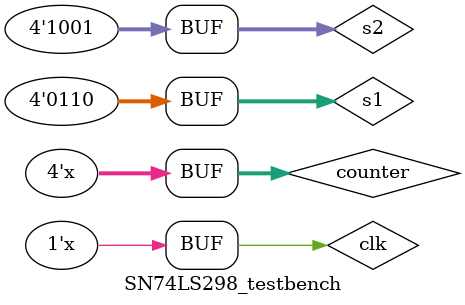
<source format=v>
`timescale 1ns / 1ps


module SN74LS298_testbench;

    // Inputs
    reg [3:0] s1;
    reg [3:0] s2;
    reg ws;
    reg clk;

    // Outputs
    wire [3:0] q;

    // Instantiate the Unit Under Test (UUT)
    SN74LS298 uut (
        .s1(s1), 
        .s2(s2), 
        .ws(ws), 
        .clk(clk), 
        .q(q)
    );
    
    reg [3:0] counter;

    initial begin
        // Initialize Inputs
        s1 = 4'b0110;
        s2 = 4'b1001;
        ws = 0;
        clk = 0;
        counter = 0;

        // Wait 100 ns for global reset to finish
        #1000;
        
        // Add stimulus here

    end
    
    always
    begin
        #100 clk <= ~clk;
         counter <= counter + 1;
         ws = counter < 8 ? 0 : 1;
    end
      
endmodule


</source>
